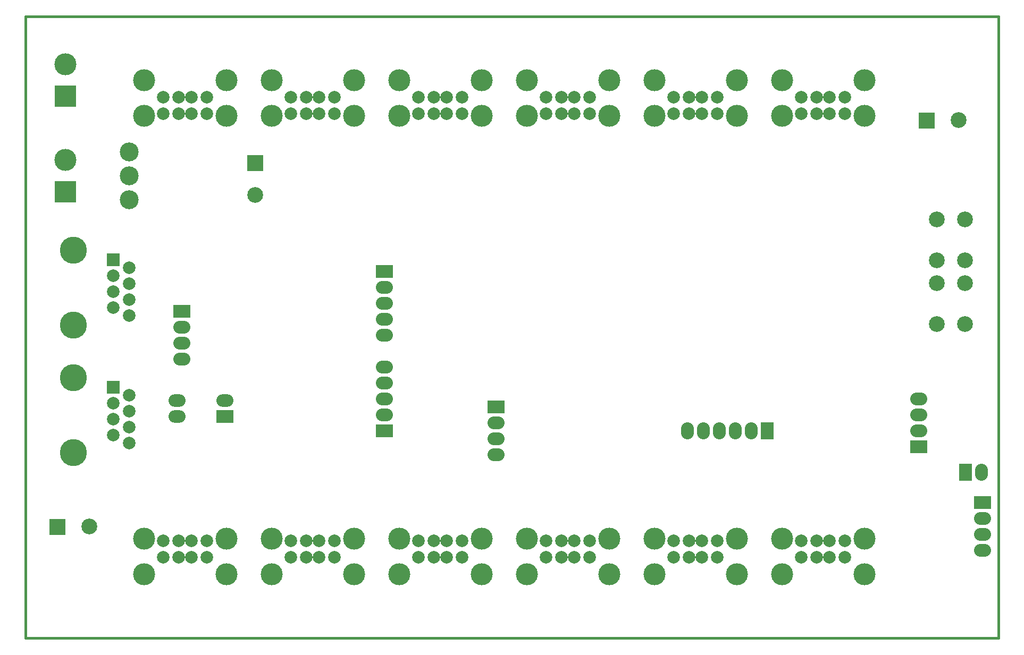
<source format=gbs>
G04 (created by PCBNEW-RS274X (2012-01-19 BZR 3256)-stable) date 5/22/2013 12:05:39 PM*
G01*
G70*
G90*
%MOIN*%
G04 Gerber Fmt 3.4, Leading zero omitted, Abs format*
%FSLAX34Y34*%
G04 APERTURE LIST*
%ADD10C,0.006000*%
%ADD11C,0.015000*%
%ADD12C,0.169600*%
%ADD13R,0.079100X0.079100*%
%ADD14C,0.079100*%
%ADD15R,0.106500X0.079000*%
%ADD16O,0.106500X0.079000*%
%ADD17C,0.138100*%
%ADD18R,0.138100X0.138100*%
%ADD19R,0.080000X0.106600*%
%ADD20O,0.080000X0.106600*%
%ADD21R,0.106600X0.080000*%
%ADD22O,0.106600X0.080000*%
%ADD23C,0.098700*%
%ADD24R,0.098700X0.098700*%
%ADD25C,0.118400*%
G04 APERTURE END LIST*
G54D10*
G54D11*
X84000Y-14000D02*
X84000Y-53000D01*
X23000Y-14000D02*
X84000Y-14000D01*
X23000Y-53000D02*
X23000Y-14000D01*
X84000Y-53000D02*
X23000Y-53000D01*
G54D12*
X26000Y-41338D03*
X26000Y-36665D03*
G54D13*
X28500Y-37250D03*
G54D14*
X29500Y-37750D03*
X28500Y-38250D03*
X29500Y-38750D03*
X28500Y-39250D03*
X29500Y-39750D03*
X28500Y-40250D03*
X29500Y-40750D03*
G54D12*
X26000Y-33338D03*
X26000Y-28665D03*
G54D13*
X28500Y-29250D03*
G54D14*
X29500Y-29750D03*
X28500Y-30250D03*
X29500Y-30750D03*
X28500Y-31250D03*
X29500Y-31750D03*
X28500Y-32250D03*
X29500Y-32750D03*
G54D15*
X35500Y-39100D03*
G54D16*
X32500Y-39100D03*
X35500Y-38100D03*
X32500Y-38100D03*
G54D17*
X30413Y-18000D03*
X35587Y-18000D03*
X35587Y-20236D03*
X30413Y-20236D03*
G54D14*
X32606Y-19067D03*
X33394Y-19067D03*
X34378Y-19067D03*
X31622Y-19067D03*
X34378Y-20099D03*
X33394Y-20099D03*
X32606Y-20099D03*
X31622Y-20099D03*
G54D17*
X38413Y-18000D03*
X43587Y-18000D03*
X43587Y-20236D03*
X38413Y-20236D03*
G54D14*
X40606Y-19067D03*
X41394Y-19067D03*
X42378Y-19067D03*
X39622Y-19067D03*
X42378Y-20099D03*
X41394Y-20099D03*
X40606Y-20099D03*
X39622Y-20099D03*
G54D17*
X46413Y-18000D03*
X51587Y-18000D03*
X51587Y-20236D03*
X46413Y-20236D03*
G54D14*
X48606Y-19067D03*
X49394Y-19067D03*
X50378Y-19067D03*
X47622Y-19067D03*
X50378Y-20099D03*
X49394Y-20099D03*
X48606Y-20099D03*
X47622Y-20099D03*
G54D17*
X54413Y-18000D03*
X59587Y-18000D03*
X59587Y-20236D03*
X54413Y-20236D03*
G54D14*
X56606Y-19067D03*
X57394Y-19067D03*
X58378Y-19067D03*
X55622Y-19067D03*
X58378Y-20099D03*
X57394Y-20099D03*
X56606Y-20099D03*
X55622Y-20099D03*
G54D17*
X62413Y-18000D03*
X67587Y-18000D03*
X67587Y-20236D03*
X62413Y-20236D03*
G54D14*
X64606Y-19067D03*
X65394Y-19067D03*
X66378Y-19067D03*
X63622Y-19067D03*
X66378Y-20099D03*
X65394Y-20099D03*
X64606Y-20099D03*
X63622Y-20099D03*
G54D17*
X70413Y-18000D03*
X75587Y-18000D03*
X75587Y-20236D03*
X70413Y-20236D03*
G54D14*
X72606Y-19067D03*
X73394Y-19067D03*
X74378Y-19067D03*
X71622Y-19067D03*
X74378Y-20099D03*
X73394Y-20099D03*
X72606Y-20099D03*
X71622Y-20099D03*
G54D17*
X35587Y-49000D03*
X30413Y-49000D03*
X30413Y-46764D03*
X35587Y-46764D03*
G54D14*
X33394Y-47933D03*
X32606Y-47933D03*
X31622Y-47933D03*
X34378Y-47933D03*
X31622Y-46901D03*
X32606Y-46901D03*
X33394Y-46901D03*
X34378Y-46901D03*
G54D17*
X43587Y-49000D03*
X38413Y-49000D03*
X38413Y-46764D03*
X43587Y-46764D03*
G54D14*
X41394Y-47933D03*
X40606Y-47933D03*
X39622Y-47933D03*
X42378Y-47933D03*
X39622Y-46901D03*
X40606Y-46901D03*
X41394Y-46901D03*
X42378Y-46901D03*
G54D17*
X51587Y-49000D03*
X46413Y-49000D03*
X46413Y-46764D03*
X51587Y-46764D03*
G54D14*
X49394Y-47933D03*
X48606Y-47933D03*
X47622Y-47933D03*
X50378Y-47933D03*
X47622Y-46901D03*
X48606Y-46901D03*
X49394Y-46901D03*
X50378Y-46901D03*
G54D17*
X59587Y-49000D03*
X54413Y-49000D03*
X54413Y-46764D03*
X59587Y-46764D03*
G54D14*
X57394Y-47933D03*
X56606Y-47933D03*
X55622Y-47933D03*
X58378Y-47933D03*
X55622Y-46901D03*
X56606Y-46901D03*
X57394Y-46901D03*
X58378Y-46901D03*
G54D17*
X67587Y-49000D03*
X62413Y-49000D03*
X62413Y-46764D03*
X67587Y-46764D03*
G54D14*
X65394Y-47933D03*
X64606Y-47933D03*
X63622Y-47933D03*
X66378Y-47933D03*
X63622Y-46901D03*
X64606Y-46901D03*
X65394Y-46901D03*
X66378Y-46901D03*
G54D17*
X75587Y-49000D03*
X70413Y-49000D03*
X70413Y-46764D03*
X75587Y-46764D03*
G54D14*
X73394Y-47933D03*
X72606Y-47933D03*
X71622Y-47933D03*
X74378Y-47933D03*
X71622Y-46901D03*
X72606Y-46901D03*
X73394Y-46901D03*
X74378Y-46901D03*
G54D18*
X25500Y-25000D03*
G54D17*
X25500Y-23000D03*
G54D18*
X25500Y-19000D03*
G54D17*
X25500Y-17000D03*
G54D19*
X81919Y-42581D03*
G54D20*
X82919Y-42581D03*
G54D19*
X69500Y-40000D03*
G54D20*
X68500Y-40000D03*
X67500Y-40000D03*
X66500Y-40000D03*
X65500Y-40000D03*
X64500Y-40000D03*
G54D21*
X45500Y-30000D03*
G54D22*
X45500Y-31000D03*
X45500Y-32000D03*
X45500Y-33000D03*
X45500Y-34000D03*
G54D21*
X83000Y-44500D03*
G54D22*
X83000Y-45500D03*
X83000Y-46500D03*
X83000Y-47500D03*
G54D21*
X79000Y-41000D03*
G54D22*
X79000Y-40000D03*
X79000Y-39000D03*
X79000Y-38000D03*
G54D21*
X32800Y-32500D03*
G54D22*
X32800Y-33500D03*
X32800Y-34500D03*
X32800Y-35500D03*
G54D23*
X80114Y-30720D03*
X81886Y-33280D03*
X81886Y-30720D03*
X80114Y-33280D03*
X80114Y-26720D03*
X81886Y-29280D03*
X81886Y-26720D03*
X80114Y-29280D03*
G54D21*
X52500Y-38500D03*
G54D22*
X52500Y-39500D03*
X52500Y-40500D03*
X52500Y-41500D03*
G54D24*
X79500Y-20510D03*
G54D23*
X81500Y-20500D03*
G54D24*
X25000Y-46010D03*
G54D23*
X27000Y-46000D03*
G54D24*
X37390Y-23200D03*
G54D23*
X37400Y-25200D03*
G54D21*
X45500Y-40000D03*
G54D22*
X45500Y-39000D03*
X45500Y-38000D03*
X45500Y-37000D03*
X45500Y-36000D03*
G54D25*
X29500Y-25500D03*
X29500Y-24000D03*
X29500Y-22500D03*
M02*

</source>
